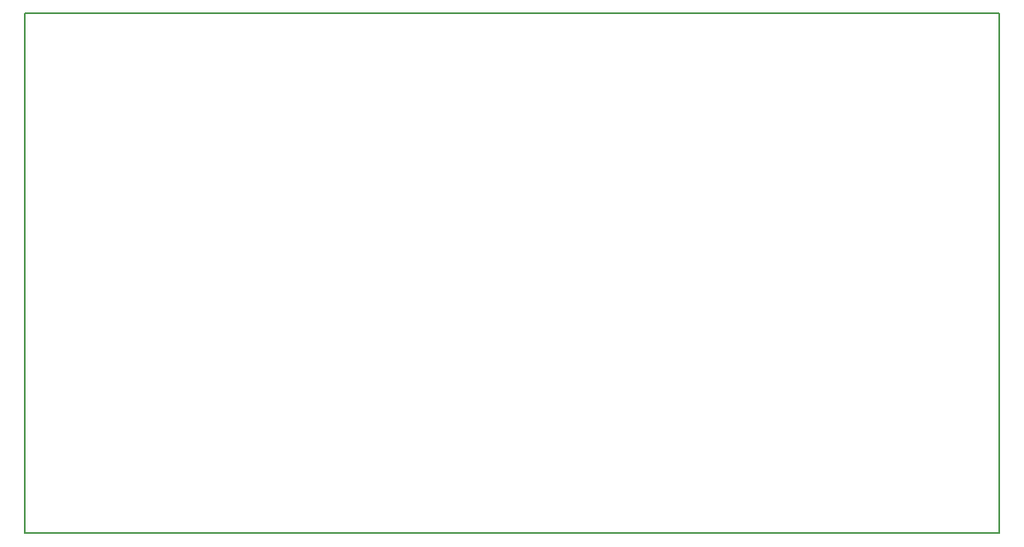
<source format=gbr>
G04 #@! TF.GenerationSoftware,KiCad,Pcbnew,(6.0.7-1)-1*
G04 #@! TF.CreationDate,2023-05-21T10:58:46+10:00*
G04 #@! TF.ProjectId,F16 Input Shield with Ethernet,46313620-496e-4707-9574-20536869656c,rev?*
G04 #@! TF.SameCoordinates,Original*
G04 #@! TF.FileFunction,Profile,NP*
%FSLAX46Y46*%
G04 Gerber Fmt 4.6, Leading zero omitted, Abs format (unit mm)*
G04 Created by KiCad (PCBNEW (6.0.7-1)-1) date 2023-05-21 10:58:46*
%MOMM*%
%LPD*%
G01*
G04 APERTURE LIST*
G04 #@! TA.AperFunction,Profile*
%ADD10C,0.150000*%
G04 #@! TD*
G04 APERTURE END LIST*
D10*
X102965000Y-121666000D02*
X202800000Y-121666000D01*
X202800000Y-68326000D02*
X202800000Y-121666000D01*
X102965000Y-68326000D02*
X202800000Y-68326000D01*
X102965000Y-68326000D02*
X102965000Y-121666000D01*
M02*

</source>
